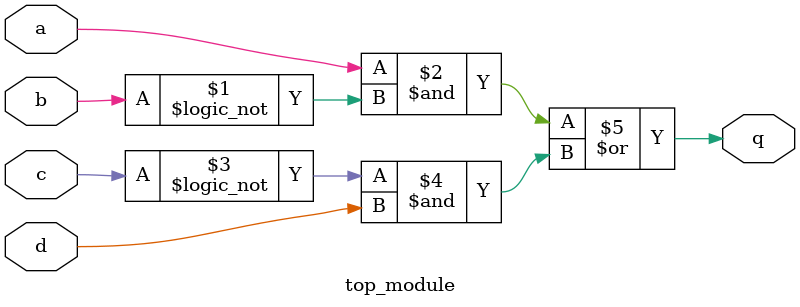
<source format=sv>
module top_module (
	input a, 
	input b, 
	input c, 
	input d,
	output q
);

	assign q = (a & !b) | (!c & d);

endmodule

</source>
